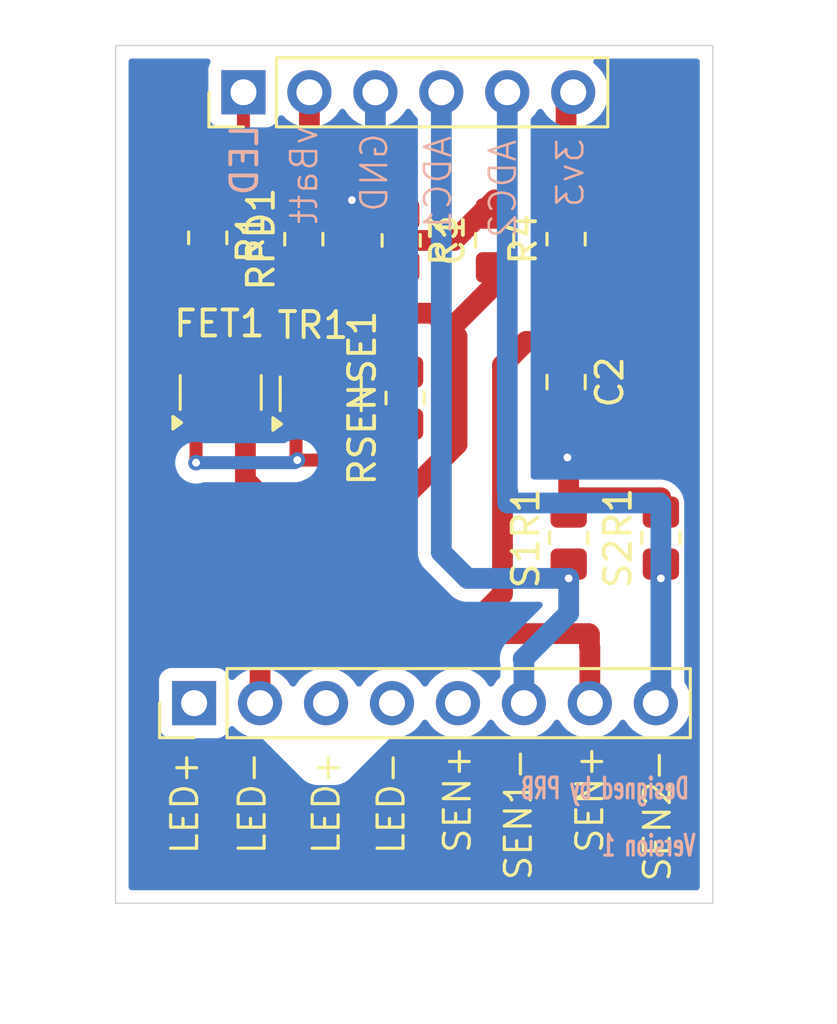
<source format=kicad_pcb>
(kicad_pcb (version 20240108) (generator "pcbnew") (generator_version "8.0")
  (layers (0 "F.Cu" signal) (31 "B.Cu" signal) (34 "B.Paste" user) (35 "F.Paste" user) (36 "B.SilkS" user "B.Silkscreen") (37 "F.SilkS" user "F.Silkscreen") (38 "B.Mask" user) (39 "F.Mask" user) (44 "Edge.Cuts" user))
  (property "designer" "PRB")
  (property "version" "1")
  (net 0 "")
  (net 1 "GND")
  (net 2 "Net-(FET1-S)")
  (net 3 "Net-(FET1-G)")
  (net 4 "+3.3V")
  (net 5 "+9V")
  (net 6 "ADC1")
  (net 7 "LED_ON")
  (net 8 "LED+")
  (net 9 "Sen+")
  (net 10 "LED-")
  (net 11 "ADC2")
  (footprint "Resistor_SMD:R_0805_2012Metric_Pad1.20x1.40mm_HandSolder" (layer "F.Cu") (at 138.75 80.9 90)
    (property "Reference" "RPD1" (at 0 -1.65 90) (layer "F.SilkS"))
    (property "Value" "100K")
    (fp_line (start -0.227064 -0.735) (end 0.227064 -0.735) (stroke (width 0.12)) (layer "F.SilkS"))
    (fp_line (start -0.227064 0.735) (end 0.227064 0.735) (stroke (width 0.12)) (layer "F.SilkS"))
    (pad "1" smd roundrect (at -1 0 90) (size 1.2 1.4) (layers "F.Cu" "F.Paste" "F.Mask") (roundrect_rratio 0.208333) (net 3 "Net-(FET1-G)"))
    (pad "2" smd roundrect (at 1 0 90) (size 1.2 1.4) (layers "F.Cu" "F.Paste" "F.Mask") (roundrect_rratio 0.208333) (net 1 "GND"))
  )
  (footprint "Capacitor_SMD:C_0805_2012Metric_Pad1.18x1.45mm_HandSolder" (layer "F.Cu") (at 146.1 80.95 90)
    (property "Reference" "C1" (at 0 -1.68 90) (layer "F.SilkS"))
    (property "Value" "10uF")
    (fp_line (start -0.261252 -0.735) (end 0.261252 -0.735) (stroke (width 0.12)) (layer "F.SilkS"))
    (fp_line (start -0.261252 0.735) (end 0.261252 0.735) (stroke (width 0.12)) (layer "F.SilkS"))
    (pad "1" smd roundrect (at -1.0375 0 90) (size 1.175 1.45) (layers "F.Cu" "F.Paste" "F.Mask") (roundrect_rratio 0.212766) (net 8 "LED+"))
    (pad "2" smd roundrect (at 1.0375 0 90) (size 1.175 1.45) (layers "F.Cu" "F.Paste" "F.Mask") (roundrect_rratio 0.212766) (net 1 "GND"))
  )
  (footprint "Resistor_SMD:R_0805_2012Metric_Pad1.20x1.40mm_HandSolder" (layer "F.Cu") (at 135.05 80.85 -90)
    (property "Reference" "R1" (at 0 -1.65 -90) (layer "F.SilkS"))
    (property "Value" "220R")
    (fp_line (start -0.227064 0.735) (end 0.227064 0.735) (stroke (width 0.12)) (layer "F.SilkS"))
    (fp_line (start -0.227064 -0.735) (end 0.227064 -0.735) (stroke (width 0.12)) (layer "F.SilkS"))
    (pad "1" smd roundrect (at -1 0 270) (size 1.2 1.4) (layers "F.Cu" "F.Paste" "F.Mask") (roundrect_rratio 0.208333) (net 7 "LED_ON"))
    (pad "2" smd roundrect (at 1 0 270) (size 1.2 1.4) (layers "F.Cu" "F.Paste" "F.Mask") (roundrect_rratio 0.208333) (net 3 "Net-(FET1-G)"))
  )
  (footprint "Resistor_SMD:R_0805_2012Metric_Pad1.20x1.40mm_HandSolder" (layer "F.Cu") (at 148.85 80.9 90)
    (property "Reference" "R4" (at 0 -1.65 90) (layer "F.SilkS"))
    (property "Value" "220R")
    (fp_line (start -0.227064 -0.735) (end 0.227064 -0.735) (stroke (width 0.12)) (layer "F.SilkS"))
    (fp_line (start -0.227064 0.735) (end 0.227064 0.735) (stroke (width 0.12)) (layer "F.SilkS"))
    (pad "1" smd roundrect (at -1 0 90) (size 1.2 1.4) (layers "F.Cu" "F.Paste" "F.Mask") (roundrect_rratio 0.208333) (net 9 "Sen+"))
    (pad "2" smd roundrect (at 1 0 90) (size 1.2 1.4) (layers "F.Cu" "F.Paste" "F.Mask") (roundrect_rratio 0.208333) (net 4 "+3.3V"))
  )
  (footprint "Resistor_SMD:R_0805_2012Metric_Pad1.20x1.40mm_HandSolder" (layer "F.Cu") (at 152.5 92.4 90)
    (property "Reference" "S2R1" (at 0 -1.65 90) (layer "F.SilkS"))
    (property "Value" "R")
    (fp_line (start -0.227064 -0.735) (end 0.227064 -0.735) (stroke (width 0.12)) (layer "F.SilkS"))
    (fp_line (start -0.227064 0.735) (end 0.227064 0.735) (stroke (width 0.12)) (layer "F.SilkS"))
    (pad "1" smd roundrect (at -1 0 90) (size 1.2 1.4) (layers "F.Cu" "F.Paste" "F.Mask") (roundrect_rratio 0.208333) (net 11 "ADC2"))
    (pad "2" smd roundrect (at 1 0 90) (size 1.2 1.4) (layers "F.Cu" "F.Paste" "F.Mask") (roundrect_rratio 0.208333) (net 1 "GND"))
  )
  (footprint "Resistor_SMD:R_0805_2012Metric_Pad1.20x1.40mm_HandSolder" (layer "F.Cu") (at 148.95 92.4 90)
    (property "Reference" "S1R1" (at 0 -1.65 90) (layer "F.SilkS"))
    (property "Value" "R")
    (fp_line (start -0.227064 -0.735) (end 0.227064 -0.735) (stroke (width 0.12)) (layer "F.SilkS"))
    (fp_line (start -0.227064 0.735) (end 0.227064 0.735) (stroke (width 0.12)) (layer "F.SilkS"))
    (pad "1" smd roundrect (at -1 0 90) (size 1.2 1.4) (layers "F.Cu" "F.Paste" "F.Mask") (roundrect_rratio 0.208333) (net 6 "ADC1"))
    (pad "2" smd roundrect (at 1 0 90) (size 1.2 1.4) (layers "F.Cu" "F.Paste" "F.Mask") (roundrect_rratio 0.208333) (net 1 "GND"))
  )
  (footprint "Package_TO_SOT_SMD:SOT-23" (layer "F.Cu") (at 135.55 86.8 90)
    (property "Reference" "FET1" (at 2.65 -0.05 180) (layer "F.SilkS"))
    (property "Value" "BSH108,215" (hide yes))
    (fp_line (start 0 -1.56) (end 0.65 -1.56) (stroke (width 0.12)) (layer "F.SilkS"))
    (fp_line (start 0 -1.56) (end -0.65 -1.56) (stroke (width 0.12)) (layer "F.SilkS"))
    (fp_line (start 0 1.56) (end 0.65 1.56) (stroke (width 0.12)) (layer "F.SilkS"))
    (fp_line (start 0 1.56) (end -0.65 1.56) (stroke (width 0.12)) (layer "F.SilkS"))
    (fp_poly (pts (xy -1.1625 -1.51) (xy -1.4025 -1.84) (xy -0.9225 -1.84) (xy -1.1625 -1.51)) (stroke (width 0.12)) (fill solid) (layer "F.SilkS"))
    (pad "1" smd roundrect (at -0.9375 -0.95 90) (size 1.475 0.6) (layers "F.Cu" "F.Paste" "F.Mask") (net 2 "Net-(FET1-S)"))
    (pad "2" smd roundrect (at -0.9375 0.95 90) (size 1.475 0.6) (layers "F.Cu" "F.Paste" "F.Mask") (net 10 "LED-"))
    (pad "3" smd roundrect (at 0.9375 0 90) (size 1.475 0.6) (layers "F.Cu" "F.Paste" "F.Mask") (net 3 "Net-(FET1-G)"))
  )
  (footprint "Connector_PinHeader_2.54mm:PinHeader_1x08_P2.54mm_Vertical" (layer "F.Cu") (at 134.525 98.75 90)
    (property "Reference" "J2" (hide yes))
    (property "Value" "Conn_01x08" (hide yes))
    (fp_line (start -1.33 -1.33) (end 0 -1.33) (stroke (width 0.12)) (layer "F.SilkS"))
    (fp_line (start -1.33 0) (end -1.33 -1.33) (stroke (width 0.12)) (layer "F.SilkS"))
    (fp_line (start 1.33 1.27) (end 1.33 19.11) (stroke (width 0.12)) (layer "F.SilkS"))
    (fp_line (start -1.33 1.27) (end 1.33 1.27) (stroke (width 0.12)) (layer "F.SilkS"))
    (fp_line (start -1.33 1.27) (end -1.33 19.11) (stroke (width 0.12)) (layer "F.SilkS"))
    (fp_line (start -1.33 19.11) (end 1.33 19.11) (stroke (width 0.12)) (layer "F.SilkS"))
    (pad "1" thru_hole rect (at 0 0 90) (size 1.7 1.7) (drill 1) (layers "*.Cu" "*.Mask") (net 8 "LED+"))
    (pad "2" thru_hole oval (at 0 2.54 90) (size 1.7 1.7) (drill 1) (layers "*.Cu" "*.Mask") (net 10 "LED-"))
    (pad "3" thru_hole oval (at 0 5.08 90) (size 1.7 1.7) (drill 1) (layers "*.Cu" "*.Mask") (net 9 "Sen+"))
    (pad "4" thru_hole oval (at 0 7.62 90) (size 1.7 1.7) (drill 1) (layers "*.Cu" "*.Mask") (net 6 "ADC1"))
    (pad "5" thru_hole oval (at 0 10.16 90) (size 1.7 1.7) (drill 1) (layers "*.Cu" "*.Mask") (net 8 "LED+"))
    (pad "6" thru_hole oval (at 0 12.7 90) (size 1.7 1.7) (drill 1) (layers "*.Cu" "*.Mask") (net 10 "LED-"))
    (pad "7" thru_hole oval (at 0 15.24 90) (size 1.7 1.7) (drill 1) (layers "*.Cu" "*.Mask") (net 9 "Sen+"))
    (pad "8" thru_hole oval (at 0 17.78 90) (size 1.7 1.7) (drill 1) (layers "*.Cu" "*.Mask") (net 11 "ADC2"))
  )
  (footprint "Resistor_SMD:R_0805_2012Metric_Pad1.20x1.40mm_HandSolder" (layer "F.Cu") (at 142.5 80.95 -90)
    (property "Reference" "R3" (at 0 -1.65 -90) (layer "F.SilkS"))
    (property "Value" "10R")
    (fp_line (start -0.227064 0.735) (end 0.227064 0.735) (stroke (width 0.12)) (layer "F.SilkS"))
    (fp_line (start -0.227064 -0.735) (end 0.227064 -0.735) (stroke (width 0.12)) (layer "F.SilkS"))
    (pad "1" smd roundrect (at -1 0 270) (size 1.2 1.4) (layers "F.Cu" "F.Paste" "F.Mask") (roundrect_rratio 0.208333) (net 5 "+9V"))
    (pad "2" smd roundrect (at 1 0 270) (size 1.2 1.4) (layers "F.Cu" "F.Paste" "F.Mask") (roundrect_rratio 0.208333) (net 8 "LED+"))
  )
  (footprint "Capacitor_SMD:C_0805_2012Metric_Pad1.18x1.45mm_HandSolder" (layer "F.Cu") (at 148.85 86.4 -90)
    (property "Reference" "C2" (at 0 -1.68 -90) (layer "F.SilkS"))
    (property "Value" "10uF")
    (fp_line (start -0.261252 0.735) (end 0.261252 0.735) (stroke (width 0.12)) (layer "F.SilkS"))
    (fp_line (start -0.261252 -0.735) (end 0.261252 -0.735) (stroke (width 0.12)) (layer "F.SilkS"))
    (pad "1" smd roundrect (at -1.0375 0 270) (size 1.175 1.45) (layers "F.Cu" "F.Paste" "F.Mask") (roundrect_rratio 0.212766) (net 9 "Sen+"))
    (pad "2" smd roundrect (at 1.0375 0 270) (size 1.175 1.45) (layers "F.Cu" "F.Paste" "F.Mask") (roundrect_rratio 0.212766) (net 1 "GND"))
  )
  (footprint "Resistor_SMD:R_0805_2012Metric_Pad1.20x1.40mm_HandSolder" (layer "F.Cu") (at 142.65 87.0125 90)
    (property "Reference" "RSENSE1" (at 0 -1.65 90) (layer "F.SilkS"))
    (property "Value" "R56")
    (fp_line (start -0.227064 -0.735) (end 0.227064 -0.735) (stroke (width 0.12)) (layer "F.SilkS"))
    (fp_line (start -0.227064 0.735) (end 0.227064 0.735) (stroke (width 0.12)) (layer "F.SilkS"))
    (pad "1" smd roundrect (at -1 0 90) (size 1.2 1.4) (layers "F.Cu" "F.Paste" "F.Mask") (roundrect_rratio 0.208333) (net 2 "Net-(FET1-S)"))
    (pad "2" smd roundrect (at 1 0 90) (size 1.2 1.4) (layers "F.Cu" "F.Paste" "F.Mask") (roundrect_rratio 0.208333) (net 1 "GND"))
  )
  (footprint "Connector_PinHeader_2.54mm:PinHeader_1x06_P2.54mm_Vertical" (layer "F.Cu") (at 136.425 75.25 90)
    (property "Reference" "J1" (hide yes))
    (property "Value" "Conn_01x05" (hide yes))
    (fp_line (start -1.33 -1.33) (end 0 -1.33) (stroke (width 0.12)) (layer "F.SilkS"))
    (fp_line (start -1.33 0) (end -1.33 -1.33) (stroke (width 0.12)) (layer "F.SilkS"))
    (fp_line (start 1.33 1.27) (end 1.33 14.03) (stroke (width 0.12)) (layer "F.SilkS"))
    (fp_line (start -1.33 1.27) (end 1.33 1.27) (stroke (width 0.12)) (layer "F.SilkS"))
    (fp_line (start -1.33 1.27) (end -1.33 14.03) (stroke (width 0.12)) (layer "F.SilkS"))
    (fp_line (start -1.33 14.03) (end 1.33 14.03) (stroke (width 0.12)) (layer "F.SilkS"))
    (pad "1" thru_hole rect (at 0 0 90) (size 1.7 1.7) (drill 1) (layers "*.Cu" "*.Mask") (net 7 "LED_ON"))
    (pad "2" thru_hole oval (at 0 2.54 90) (size 1.7 1.7) (drill 1) (layers "*.Cu" "*.Mask") (net 5 "+9V"))
    (pad "3" thru_hole oval (at 0 5.08 90) (size 1.7 1.7) (drill 1) (layers "*.Cu" "*.Mask") (net 1 "GND"))
    (pad "4" thru_hole oval (at 0 7.62 90) (size 1.7 1.7) (drill 1) (layers "*.Cu" "*.Mask") (net 6 "ADC1"))
    (pad "5" thru_hole oval (at 0 10.16 90) (size 1.7 1.7) (drill 1) (layers "*.Cu" "*.Mask") (net 11 "ADC2"))
    (pad "6" thru_hole oval (at 0 12.7 90) (size 1.7 1.7) (drill 1) (layers "*.Cu" "*.Mask") (net 4 "+3.3V"))
  )
  (footprint "Package_TO_SOT_SMD:SOT-23" (layer "F.Cu") (at 139.4 86.85 90)
    (property "Reference" "TR1" (at 2.6375 -0.3 180) (layer "F.SilkS"))
    (property "Value" "BC849" (hide yes))
    (fp_line (start 0 -1.56) (end 0.65 -1.56) (stroke (width 0.12)) (layer "F.SilkS"))
    (fp_line (start 0 -1.56) (end -0.65 -1.56) (stroke (width 0.12)) (layer "F.SilkS"))
    (fp_line (start 0 1.56) (end 0.65 1.56) (stroke (width 0.12)) (layer "F.SilkS"))
    (fp_line (start 0 1.56) (end -0.65 1.56) (stroke (width 0.12)) (layer "F.SilkS"))
    (fp_poly (pts (xy -1.1625 -1.51) (xy -1.4025 -1.84) (xy -0.9225 -1.84) (xy -1.1625 -1.51)) (stroke (width 0.12)) (fill solid) (layer "F.SilkS"))
    (pad "1" smd roundrect (at -0.9375 -0.95 90) (size 1.475 0.6) (layers "F.Cu" "F.Paste" "F.Mask") (net 2 "Net-(FET1-S)"))
    (pad "2" smd roundrect (at -0.9375 0.95 90) (size 1.475 0.6) (layers "F.Cu" "F.Paste" "F.Mask") (net 1 "GND"))
    (pad "3" smd roundrect (at 0.9375 0 90) (size 1.475 0.6) (layers "F.Cu" "F.Paste" "F.Mask") (net 3 "Net-(FET1-G)"))
  )
  (gr_rect (start 131.5 73.45) (end 154.5 106.45) (stroke (width 0.05)) (fill none) (layer "Edge.Cuts"))
  (gr_text "vBatt" (at 139.35 76.45 90) (layer "B.SilkS") (effects (font (size 1 1) (thickness 0.1)) (justify left bottom mirror)))
  (gr_text "LED" (at 137.05 76.4 90) (layer "B.SilkS") (effects (font (size 1 1)) (justify left bottom mirror)))
  (gr_text "ADC2" (at 147 77 90) (layer "B.SilkS") (effects (font (size 1 1) (thickness 0.1)) (justify left bottom mirror)))
  (gr_text "ADC1" (at 144.5 76.85 90) (layer "B.SilkS") (effects (font (size 1 1) (thickness 0.1)) (justify left bottom mirror)))
  (gr_text "Designed by ${designer}" (at 153.65 102.5 0) (layer "B.SilkS") (effects (font (size 0.8 0.5) (thickness 0.125) (bold yes)) (justify left bottom mirror)))
  (gr_text "Version ${version}" (at 153.9 104.7 0) (layer "B.SilkS") (effects (font (size 0.8 0.5) (thickness 0.125) (bold yes)) (justify left bottom mirror)))
  (gr_text "GND" (at 142.05 76.75 90) (layer "B.SilkS") (effects (font (size 1 1) (thickness 0.1)) (justify left bottom mirror)))
  (gr_text "3v3" (at 149.6 76.95 90) (layer "B.SilkS") (effects (font (size 1 1) (thickness 0.1)) (justify left bottom mirror)))
  (gr_text "SEN2-" (at 152.95 105.7 90) (layer "F.SilkS") (effects (font (size 1 1) (thickness 0.125)) (justify left bottom)))
  (gr_text "LED-" (at 137.35 104.65 90) (layer "F.SilkS") (effects (font (size 1 1) (thickness 0.125)) (justify left bottom)))
  (gr_text "LED+" (at 134.75 104.65 90) (layer "F.SilkS") (effects (font (size 1 1) (thickness 0.125)) (justify left bottom)))
  (gr_text "LED+" (at 140.2 104.65 90) (layer "F.SilkS") (effects (font (size 1 1) (thickness 0.125)) (justify left bottom)))
  (gr_text "LED-" (at 142.7 104.65 90) (layer "F.SilkS") (effects (font (size 1 1) (thickness 0.125)) (justify left bottom)))
  (gr_text "SEN1-" (at 147.6 105.65 90) (layer "F.SilkS") (effects (font (size 1 1) (thickness 0.125)) (justify left bottom)))
  (gr_text "SEN+" (at 150.35 104.6 90) (layer "F.SilkS") (effects (font (size 1 1) (thickness 0.125)) (justify left bottom)))
  (gr_text "SEN+" (at 145.25 104.6 90) (layer "F.SilkS") (effects (font (size 1 1) (thickness 0.125)) (justify left bottom)))
  (segment (start 140.6 79.4) (end 140.55 79.35) (width 0.5) (layer "F.Cu") (net 1))
  (segment (start 142.0125 85.4625) (end 142.65 85.4625) (width 0.5) (layer "F.Cu") (net 1))
  (segment (start 144.5375 80.95) (end 140.45 80.95) (width 0.8) (layer "F.Cu") (net 1))
  (segment (start 140.45 79.55) (end 140.45 80.95) (width 0.5) (layer "F.Cu") (net 1))
  (segment (start 140.6 79.4) (end 140.45 79.55) (width 0.5) (layer "F.Cu") (net 1))
  (segment (start 152.5 90.85) (end 148.95 90.85) (width 0.8) (layer "F.Cu") (net 1))
  (segment (start 148.85 87.9625) (end 148.85 89.25) (width 0.8) (layer "F.Cu") (net 1))
  (segment (start 148.95 90.85) (end 148.95 89.35) (width 0.8) (layer "F.Cu") (net 1))
  (segment (start 140.45 80.95) (end 140.45 83.75) (width 0.5) (layer "F.Cu") (net 1))
  (segment (start 140.55 79.35) (end 138.75 79.35) (width 0.5) (layer "F.Cu") (net 1))
  (segment (start 140.55 84) (end 142.0125 85.4625) (width 0.5) (layer "F.Cu") (net 1))
  (segment (start 146.1 79.3875) (end 144.5375 80.95) (width 0.8) (layer "F.Cu") (net 1))
  (segment (start 148.85 89.25) (end 148.9 89.3) (width 0.8) (layer "F.Cu") (net 1))
  (segment (start 148.95 89.35) (end 148.9 89.3) (width 0.8) (layer "F.Cu") (net 1))
  (segment (start 140.45 83.75) (end 140.55 83.85) (width 0.5) (layer "F.Cu") (net 1))
  (segment (start 142.65 85.4875) (end 142.65 85.4625) (width 0.5) (layer "F.Cu") (net 1))
  (segment (start 140.55 83.85) (end 140.55 84) (width 0.5) (layer "F.Cu") (net 1))
  (segment (start 140.35 87.7875) (end 142.65 85.4875) (width 0.5) (layer "F.Cu") (net 1))
  (via (at 148.9 89.3) (size 1.3) (drill 0.3) (layers "F.Cu" "B.Cu") (net 1))
  (via (at 140.6 79.4) (size 1.42) (drill 0.3) (layers "F.Cu" "B.Cu") (net 1))
  (segment (start 141.505 78.495) (end 140.6 79.4) (width 0.8) (layer "B.Cu") (net 1))
  (segment (start 141.505 75.25) (end 141.505 78.495) (width 0.8) (layer "B.Cu") (net 1))
  (segment (start 134.6 87.7375) (end 134.6 89.5) (width 0.5) (layer "F.Cu") (net 2))
  (segment (start 138.5 89.4) (end 141.8125 89.4) (width 0.5) (layer "F.Cu") (net 2))
  (segment (start 138.45 89.35) (end 138.4 89.4) (width 0.5) (layer "F.Cu") (net 2))
  (segment (start 141.8125 89.4) (end 142.65 88.5625) (width 0.5) (layer "F.Cu") (net 2))
  (segment (start 138.4 89.4) (end 138.5 89.4) (width 0.5) (layer "F.Cu") (net 2))
  (segment (start 138.45 87.7875) (end 138.45 89.35) (width 0.5) (layer "F.Cu") (net 2))
  (via (at 134.6 89.5) (size 0.6) (drill 0.3) (layers "F.Cu" "B.Cu") (net 2))
  (via (at 138.5 89.4) (size 0.6) (drill 0.3) (layers "F.Cu" "B.Cu") (net 2))
  (segment (start 138.4 89.5) (end 138.5 89.4) (width 0.5) (layer "B.Cu") (net 2))
  (segment (start 134.6 89.5) (end 138.4 89.5) (width 0.5) (layer "B.Cu") (net 2))
  (segment (start 135.05 82.4) (end 135.05 85.3625) (width 0.5) (layer "F.Cu") (net 3))
  (segment (start 135.05 85.3625) (end 135.55 85.8625) (width 0.5) (layer "F.Cu") (net 3))
  (segment (start 138.75 82.45) (end 138.75 85.2625) (width 0.5) (layer "F.Cu") (net 3))
  (segment (start 138.7 82.4) (end 138.75 82.45) (width 0.2) (layer "F.Cu") (net 3))
  (segment (start 138.75 85.2625) (end 139.4 85.9125) (width 0.5) (layer "F.Cu") (net 3))
  (segment (start 135.05 82.4) (end 138.7 82.4) (width 0.5) (layer "F.Cu") (net 3))
  (segment (start 149.1 75.5) (end 148.85 75.75) (width 0.8) (layer "F.Cu") (net 4))
  (segment (start 148.85 75.75) (end 148.85 79.35) (width 0.8) (layer "F.Cu") (net 4))
  (segment (start 148.85 75.25) (end 149.1 75.5) (width 0.8) (layer "F.Cu") (net 4))
  (segment (start 139.4 77.5) (end 142.55 77.5) (width 0.8) (layer "F.Cu") (net 5))
  (segment (start 138.965 77.065) (end 139.4 77.5) (width 0.8) (layer "F.Cu") (net 5))
  (segment (start 142.5 77.55) (end 142.5 79.4) (width 0.8) (layer "F.Cu") (net 5))
  (segment (start 142.55 77.5) (end 142.5 77.55) (width 0.8) (layer "F.Cu") (net 5))
  (segment (start 138.965 75.25) (end 138.965 77.065) (width 0.8) (layer "F.Cu") (net 5))
  (via (at 148.95 93.95) (size 0.6) (drill 0.3) (layers "F.Cu" "B.Cu") (net 6))
  (segment (start 147.2 97.05) (end 147.225 97.075) (width 0.8) (layer "B.Cu") (net 6))
  (segment (start 148.95 93.95) (end 148.95 95.3) (width 0.8) (layer "B.Cu") (net 6))
  (segment (start 144.045 92.945) (end 144.045 75.25) (width 0.8) (layer "B.Cu") (net 6))
  (segment (start 147.225 97.075) (end 147.225 98.75) (width 0.8) (layer "B.Cu") (net 6))
  (segment (start 148.95 93.95) (end 145.05 93.95) (width 0.8) (layer "B.Cu") (net 6))
  (segment (start 145.05 93.95) (end 144.045 92.945) (width 0.8) (layer "B.Cu") (net 6))
  (segment (start 148.95 95.3) (end 147.2 97.05) (width 0.8) (layer "B.Cu") (net 6))
  (segment (start 136.425 75.25) (end 136.425 76.725) (width 0.5) (layer "F.Cu") (net 7))
  (segment (start 135.05 78.1) (end 135.05 79.3) (width 0.5) (layer "F.Cu") (net 7))
  (segment (start 136.425 76.725) (end 135.05 78.1) (width 0.5) (layer "F.Cu") (net 7))
  (segment (start 142.5 83.7) (end 142.55 83.75) (width 0.8) (layer "F.Cu") (net 8))
  (segment (start 142.55 83.75) (end 143.75 83.75) (width 0.8) (layer "F.Cu") (net 8))
  (segment (start 142.5 82.5) (end 142.5 83.7) (width 0.8) (layer "F.Cu") (net 8))
  (segment (start 144.65 84.65) (end 144.65 88.79651) (width 0.8) (layer "F.Cu") (net 8))
  (segment (start 144.65 88.79651) (end 139.605 93.84151) (width 0.8) (layer "F.Cu") (net 8))
  (segment (start 143.75 83.75) (end 144.375 84.375) (width 0.8) (layer "F.Cu") (net 8))
  (segment (start 146.1 82.65) (end 144.375 84.375) (width 0.8) (layer "F.Cu") (net 8))
  (segment (start 144.375 84.375) (end 144.65 84.65) (width 0.8) (layer "F.Cu") (net 8))
  (segment (start 146.1 82.5125) (end 146.1 82.65) (width 0.8) (layer "F.Cu") (net 8))
  (segment (start 146.4 94.55) (end 144.685 96.265) (width 0.8) (layer "F.Cu") (net 9))
  (segment (start 146.4 85.75) (end 146.4 94.55) (width 0.8) (layer "F.Cu") (net 9))
  (segment (start 149.765 96.615) (end 149.765 98.75) (width 0.8) (layer "F.Cu") (net 9))
  (segment (start 149.725 96.075) (end 149.75 96.1) (width 0.8) (layer "F.Cu") (net 9))
  (segment (start 148.85 84.8375) (end 147.3125 84.8375) (width 0.8) (layer "F.Cu") (net 9))
  (segment (start 149.75 96.1) (end 149.75 96.6) (width 0.8) (layer "F.Cu") (net 9))
  (segment (start 149.75 96.6) (end 149.765 96.615) (width 0.8) (layer "F.Cu") (net 9))
  (segment (start 147.3125 84.8375) (end 146.4 85.75) (width 0.8) (layer "F.Cu") (net 9))
  (segment (start 144.875 96.075) (end 149.725 96.075) (width 0.8) (layer "F.Cu") (net 9))
  (segment (start 144.685 96.265) (end 144.875 96.075) (width 0.8) (layer "F.Cu") (net 9))
  (segment (start 148.85 82.45) (end 148.85 84.8375) (width 0.8) (layer "F.Cu") (net 9))
  (segment (start 136.5 87.7375) (end 136.5 90.175) (width 0.8) (layer "F.Cu") (net 10))
  (segment (start 137.065 98.75) (end 137.065 90.74) (width 0.8) (layer "F.Cu") (net 10))
  (segment (start 137.065 90.74) (end 136.5 90.175) (width 0.8) (layer "F.Cu") (net 10))
  (via (at 152.5 93.95) (size 0.6) (drill 0.3) (layers "F.Cu" "B.Cu") (net 11))
  (segment (start 152.5 93.95) (end 152.5 91.1) (width 0.8) (layer "B.Cu") (net 11))
  (segment (start 146.6 90.6) (end 146.585 90.585) (width 0.8) (layer "B.Cu") (net 11))
  (segment (start 152.5 91.1) (end 152.45 91.05) (width 0.8) (layer "B.Cu") (net 11))
  (segment (start 152.5 98.555) (end 152.305 98.75) (width 0.8) (layer "B.Cu") (net 11))
  (segment (start 152.5 93.95) (end 152.5 98.555) (width 0.8) (layer "B.Cu") (net 11))
  (segment (start 152.45 91.05) (end 146.6 91.05) (width 0.8) (layer "B.Cu") (net 11))
  (segment (start 146.585 90.585) (end 146.585 75.25) (width 0.8) (layer "B.Cu") (net 11))
  (segment (start 146.6 91.05) (end 146.6 90.6) (width 0.8) (layer "B.Cu") (net 11))
  (zone (net 1) (net_name "GND") (layer "B.Cu") (connect_pads (clearance 0.5)) (min_thickness 0.25) (fill yes (thermal_gap 0.5) (thermal_bridge_width 0.5))
    (polygon (pts (xy 129.45 71.7) (xy 129.8 72.1) (xy 159.3 72.3) (xy 158.2 111.1) (xy 127.05 110.8) (xy 129.7 71.9) (xy 129.55 71.9) (xy 129.7 72)))
  )
)
</source>
